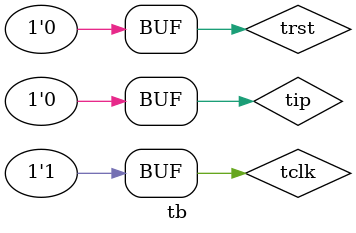
<source format=v>
module l6q3 (output op,input ip,clk,rst);

wire opt1,opt2;

dff1 i1 (opt1,clk,rst,ip);
buf #(5) (t1,opt1);
dff2 i2 (opt2,clk,rst,t1);
xor2  i4 (opt2,t2,t1);
dff2 i3 (op,clk,rst,t2);
endmodule

//================= XOR ===============//
module xor2 (output op,input ip1,ip2);
wire t1, t2;
and #(4) (t1, ip1, ~ip2);
and #(4) (t2, ~ip1, ip2);
or #(3) (op, t1, t2);
endmodule

//================== DFF ==============//
module dff1 (output reg op,input clk,rst,ip);
always @ (posedge clk,posedge rst)
begin
if(rst)
op <= 0;
else
op <= ip;
end
endmodule
//================== Setup/Hold ==============//
module dff2 (output reg op, input clk,rst,ip);
always @ (posedge clk,posedge rst)
begin
if(rst)
op <= 0;
else
op <= ip;
end

specify
$setup (ip,posedge clk,3);
$hold (posedge clk,ip,4);
endspecify

endmodule

//================== TB ===================//
module tb;
wire top;
reg tip, tclk, trst;

l6q3 t1 (top,tip,tclk,trst);

always 
begin
tclk = 0; #8            
tclk = 1; #7;        
end					

initial
begin
trst = 1; tip = 1; #9
trst = 0; tip = 1; #1
trst = 0; tip = 0; #2
trst = 0; tip = 1; #3
trst = 0; tip = 0; #4
trst = 0; tip = 1; #5
trst = 0; tip = 0; #6
trst = 0; tip = 1; #7
trst = 0; tip = 0; #8
trst = 0; tip = 1; #9
trst = 0; tip = 0; #10
trst = 0; tip = 1; #11
trst = 0; tip = 0; #12
trst = 0; tip = 1; #13
trst = 0; tip = 0; #14;
end
endmodule

</source>
